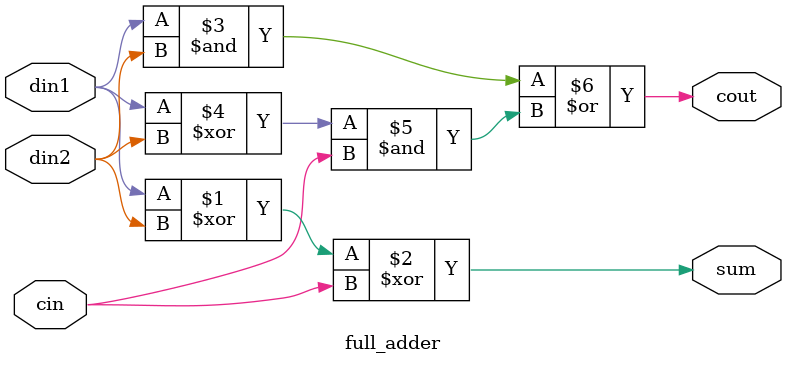
<source format=v>
module full_adder(input din1, input din2, input cin, output sum, output cout) ;
    assign sum = din1 ^ din2 ^ cin;
    assign cout = (din1 & din2) | (din1 ^ din2) & cin;
endmodule
</source>
